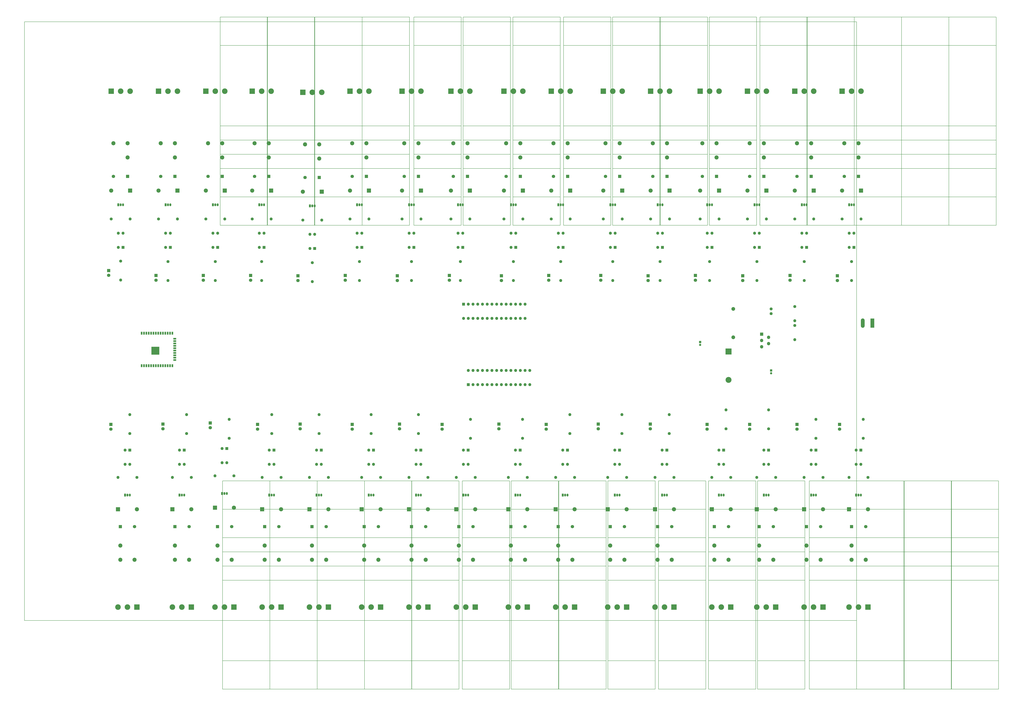
<source format=gbr>
%TF.GenerationSoftware,KiCad,Pcbnew,7.0.7*%
%TF.CreationDate,2023-09-03T02:21:54+05:00*%
%TF.ProjectId,MCUPCB,4d435550-4342-42e6-9b69-6361645f7063,rev?*%
%TF.SameCoordinates,Original*%
%TF.FileFunction,Soldermask,Top*%
%TF.FilePolarity,Negative*%
%FSLAX46Y46*%
G04 Gerber Fmt 4.6, Leading zero omitted, Abs format (unit mm)*
G04 Created by KiCad (PCBNEW 7.0.7) date 2023-09-03 02:21:55*
%MOMM*%
%LPD*%
G01*
G04 APERTURE LIST*
%ADD10C,0.150000*%
%ADD11R,2.200000X2.200000*%
%ADD12O,2.200000X2.200000*%
%ADD13C,1.800000*%
%ADD14R,1.800000X1.800000*%
%ADD15C,2.200000*%
%ADD16R,1.050000X1.500000*%
%ADD17O,1.050000X1.500000*%
%ADD18O,1.600000X1.600000*%
%ADD19R,1.600000X1.600000*%
%ADD20C,3.000000*%
%ADD21R,3.000000X3.000000*%
%ADD22C,1.600000*%
%ADD23R,0.900000X1.500000*%
%ADD24R,1.500000X0.900000*%
%ADD25C,0.600000*%
%ADD26R,4.200000X4.200000*%
%ADD27C,2.000000*%
%ADD28O,2.000000X2.000000*%
%ADD29O,1.800000X1.800000*%
%ADD30O,2.020000X5.020000*%
%ADD31R,2.020000X5.020000*%
%ADD32R,3.200000X3.200000*%
%ADD33O,3.200000X3.200000*%
%ADD34R,1.200000X1.200000*%
%ADD35C,1.200000*%
G04 APERTURE END LIST*
D10*
X60960000Y-30480000D02*
X507647063Y-30480000D01*
X507647063Y-351790000D01*
X60960000Y-351790000D01*
X60960000Y-30480000D01*
X583847063Y-388620000D02*
X558447063Y-388620000D01*
X558447063Y-373380000D01*
X583847063Y-373380000D01*
X583847063Y-388620000D01*
X583847063Y-373380000D02*
X558447063Y-373380000D01*
X558447063Y-330200000D01*
X583847063Y-330200000D01*
X583847063Y-373380000D01*
X583847063Y-292100000D02*
X558447063Y-292100000D01*
X558447063Y-276860000D01*
X583847063Y-276860000D01*
X583847063Y-292100000D01*
X583847063Y-307340000D02*
X558447063Y-307340000D01*
X558447063Y-292100000D01*
X583847063Y-292100000D01*
X583847063Y-307340000D01*
X583847063Y-330200000D02*
X558447063Y-330200000D01*
X558447063Y-322580000D01*
X583847063Y-322580000D01*
X583847063Y-330200000D01*
X583847063Y-322580000D02*
X558447063Y-322580000D01*
X558447063Y-314960000D01*
X583847063Y-314960000D01*
X583847063Y-322580000D01*
X583847063Y-314960000D02*
X558447063Y-314960000D01*
X558447063Y-307340000D01*
X583847063Y-307340000D01*
X583847063Y-314960000D01*
X218099197Y-307340000D02*
X192699197Y-307340000D01*
X192699197Y-292100000D01*
X218099197Y-292100000D01*
X218099197Y-307340000D01*
X218099197Y-292100000D02*
X192699197Y-292100000D01*
X192699197Y-276860000D01*
X218099197Y-276860000D01*
X218099197Y-292100000D01*
X218099197Y-373380000D02*
X192699197Y-373380000D01*
X192699197Y-330200000D01*
X218099197Y-330200000D01*
X218099197Y-373380000D01*
X218099197Y-314960000D02*
X192699197Y-314960000D01*
X192699197Y-307340000D01*
X218099197Y-307340000D01*
X218099197Y-314960000D01*
X218099197Y-322580000D02*
X192699197Y-322580000D01*
X192699197Y-314960000D01*
X218099197Y-314960000D01*
X218099197Y-322580000D01*
X218099197Y-388620000D02*
X192699197Y-388620000D01*
X192699197Y-373380000D01*
X218099197Y-373380000D01*
X218099197Y-388620000D01*
X218099197Y-330200000D02*
X192699197Y-330200000D01*
X192699197Y-322580000D01*
X218099197Y-322580000D01*
X218099197Y-330200000D01*
X268899197Y-292100000D02*
X243499197Y-292100000D01*
X243499197Y-276860000D01*
X268899197Y-276860000D01*
X268899197Y-292100000D01*
X268899197Y-307340000D02*
X243499197Y-307340000D01*
X243499197Y-292100000D01*
X268899197Y-292100000D01*
X268899197Y-307340000D01*
X268899197Y-373380000D02*
X243499197Y-373380000D01*
X243499197Y-330200000D01*
X268899197Y-330200000D01*
X268899197Y-373380000D01*
X268899197Y-314960000D02*
X243499197Y-314960000D01*
X243499197Y-307340000D01*
X268899197Y-307340000D01*
X268899197Y-314960000D01*
X268899197Y-330200000D02*
X243499197Y-330200000D01*
X243499197Y-322580000D01*
X268899197Y-322580000D01*
X268899197Y-330200000D01*
X268899197Y-388620000D02*
X243499197Y-388620000D01*
X243499197Y-373380000D01*
X268899197Y-373380000D01*
X268899197Y-388620000D01*
X268899197Y-322580000D02*
X243499197Y-322580000D01*
X243499197Y-314960000D01*
X268899197Y-314960000D01*
X268899197Y-322580000D01*
X294150499Y-322580000D02*
X268750499Y-322580000D01*
X268750499Y-314960000D01*
X294150499Y-314960000D01*
X294150499Y-322580000D01*
X294150499Y-307340000D02*
X268750499Y-307340000D01*
X268750499Y-292100000D01*
X294150499Y-292100000D01*
X294150499Y-307340000D01*
X294150499Y-388620000D02*
X268750499Y-388620000D01*
X268750499Y-373380000D01*
X294150499Y-373380000D01*
X294150499Y-388620000D01*
X294150499Y-314960000D02*
X268750499Y-314960000D01*
X268750499Y-307340000D01*
X294150499Y-307340000D01*
X294150499Y-314960000D01*
X294150499Y-373380000D02*
X268750499Y-373380000D01*
X268750499Y-330200000D01*
X294150499Y-330200000D01*
X294150499Y-373380000D01*
X294150499Y-330200000D02*
X268750499Y-330200000D01*
X268750499Y-322580000D01*
X294150499Y-322580000D01*
X294150499Y-330200000D01*
X294150499Y-292100000D02*
X268750499Y-292100000D01*
X268750499Y-276860000D01*
X294150499Y-276860000D01*
X294150499Y-292100000D01*
X321353097Y-307340000D02*
X295953097Y-307340000D01*
X295953097Y-292100000D01*
X321353097Y-292100000D01*
X321353097Y-307340000D01*
X321353097Y-292100000D02*
X295953097Y-292100000D01*
X295953097Y-276860000D01*
X321353097Y-276860000D01*
X321353097Y-292100000D01*
X321353097Y-322580000D02*
X295953097Y-322580000D01*
X295953097Y-314960000D01*
X321353097Y-314960000D01*
X321353097Y-322580000D01*
X321353097Y-373380000D02*
X295953097Y-373380000D01*
X295953097Y-330200000D01*
X321353097Y-330200000D01*
X321353097Y-373380000D01*
X321353097Y-388620000D02*
X295953097Y-388620000D01*
X295953097Y-373380000D01*
X321353097Y-373380000D01*
X321353097Y-388620000D01*
X321353097Y-314960000D02*
X295953097Y-314960000D01*
X295953097Y-307340000D01*
X321353097Y-307340000D01*
X321353097Y-314960000D01*
X321353097Y-330200000D02*
X295953097Y-330200000D01*
X295953097Y-322580000D01*
X321353097Y-322580000D01*
X321353097Y-330200000D01*
X347639197Y-307340000D02*
X322239197Y-307340000D01*
X322239197Y-292100000D01*
X347639197Y-292100000D01*
X347639197Y-307340000D01*
X347639197Y-373380000D02*
X322239197Y-373380000D01*
X322239197Y-330200000D01*
X347639197Y-330200000D01*
X347639197Y-373380000D01*
X347639197Y-322580000D02*
X322239197Y-322580000D01*
X322239197Y-314960000D01*
X347639197Y-314960000D01*
X347639197Y-322580000D01*
X347639197Y-314960000D02*
X322239197Y-314960000D01*
X322239197Y-307340000D01*
X347639197Y-307340000D01*
X347639197Y-314960000D01*
X347639197Y-292100000D02*
X322239197Y-292100000D01*
X322239197Y-276860000D01*
X347639197Y-276860000D01*
X347639197Y-292100000D01*
X347639197Y-330200000D02*
X322239197Y-330200000D01*
X322239197Y-322580000D01*
X347639197Y-322580000D01*
X347639197Y-330200000D01*
X347639197Y-388620000D02*
X322239197Y-388620000D01*
X322239197Y-373380000D01*
X347639197Y-373380000D01*
X347639197Y-388620000D01*
X399517401Y-292100000D02*
X374117401Y-292100000D01*
X374117401Y-276860000D01*
X399517401Y-276860000D01*
X399517401Y-292100000D01*
X399517401Y-373380000D02*
X374117401Y-373380000D01*
X374117401Y-330200000D01*
X399517401Y-330200000D01*
X399517401Y-373380000D01*
X399517401Y-322580000D02*
X374117401Y-322580000D01*
X374117401Y-314960000D01*
X399517401Y-314960000D01*
X399517401Y-322580000D01*
X399517401Y-314960000D02*
X374117401Y-314960000D01*
X374117401Y-307340000D01*
X399517401Y-307340000D01*
X399517401Y-314960000D01*
X399517401Y-388620000D02*
X374117401Y-388620000D01*
X374117401Y-373380000D01*
X399517401Y-373380000D01*
X399517401Y-388620000D01*
X399517401Y-307340000D02*
X374117401Y-307340000D01*
X374117401Y-292100000D01*
X399517401Y-292100000D01*
X399517401Y-307340000D01*
X399517401Y-330200000D02*
X374117401Y-330200000D01*
X374117401Y-322580000D01*
X399517401Y-322580000D01*
X399517401Y-330200000D01*
X373218294Y-314960000D02*
X347818294Y-314960000D01*
X347818294Y-307340000D01*
X373218294Y-307340000D01*
X373218294Y-314960000D01*
X373218294Y-292100000D02*
X347818294Y-292100000D01*
X347818294Y-276860000D01*
X373218294Y-276860000D01*
X373218294Y-292100000D01*
X373218294Y-307340000D02*
X347818294Y-307340000D01*
X347818294Y-292100000D01*
X373218294Y-292100000D01*
X373218294Y-307340000D01*
X373218294Y-388620000D02*
X347818294Y-388620000D01*
X347818294Y-373380000D01*
X373218294Y-373380000D01*
X373218294Y-388620000D01*
X373218294Y-322580000D02*
X347818294Y-322580000D01*
X347818294Y-314960000D01*
X373218294Y-314960000D01*
X373218294Y-322580000D01*
X373218294Y-330200000D02*
X347818294Y-330200000D01*
X347818294Y-322580000D01*
X373218294Y-322580000D01*
X373218294Y-330200000D01*
X373218294Y-373380000D02*
X347818294Y-373380000D01*
X347818294Y-330200000D01*
X373218294Y-330200000D01*
X373218294Y-373380000D01*
X453510438Y-307340000D02*
X428110438Y-307340000D01*
X428110438Y-292100000D01*
X453510438Y-292100000D01*
X453510438Y-307340000D01*
X453510438Y-322580000D02*
X428110438Y-322580000D01*
X428110438Y-314960000D01*
X453510438Y-314960000D01*
X453510438Y-322580000D01*
X453510438Y-388620000D02*
X428110438Y-388620000D01*
X428110438Y-373380000D01*
X453510438Y-373380000D01*
X453510438Y-388620000D01*
X453510438Y-292100000D02*
X428110438Y-292100000D01*
X428110438Y-276860000D01*
X453510438Y-276860000D01*
X453510438Y-292100000D01*
X453510438Y-373380000D02*
X428110438Y-373380000D01*
X428110438Y-330200000D01*
X453510438Y-330200000D01*
X453510438Y-373380000D01*
X453510438Y-330200000D02*
X428110438Y-330200000D01*
X428110438Y-322580000D01*
X453510438Y-322580000D01*
X453510438Y-330200000D01*
X453510438Y-314960000D02*
X428110438Y-314960000D01*
X428110438Y-307340000D01*
X453510438Y-307340000D01*
X453510438Y-314960000D01*
X479888715Y-292100000D02*
X454488715Y-292100000D01*
X454488715Y-276860000D01*
X479888715Y-276860000D01*
X479888715Y-292100000D01*
X479888715Y-322580000D02*
X454488715Y-322580000D01*
X454488715Y-314960000D01*
X479888715Y-314960000D01*
X479888715Y-322580000D01*
X479888715Y-373380000D02*
X454488715Y-373380000D01*
X454488715Y-330200000D01*
X479888715Y-330200000D01*
X479888715Y-373380000D01*
X479888715Y-388620000D02*
X454488715Y-388620000D01*
X454488715Y-373380000D01*
X479888715Y-373380000D01*
X479888715Y-388620000D01*
X479888715Y-314960000D02*
X454488715Y-314960000D01*
X454488715Y-307340000D01*
X479888715Y-307340000D01*
X479888715Y-314960000D01*
X479888715Y-307340000D02*
X454488715Y-307340000D01*
X454488715Y-292100000D01*
X479888715Y-292100000D01*
X479888715Y-307340000D01*
X479888715Y-330200000D02*
X454488715Y-330200000D01*
X454488715Y-322580000D01*
X479888715Y-322580000D01*
X479888715Y-330200000D01*
X192699197Y-307340000D02*
X167299197Y-307340000D01*
X167299197Y-292100000D01*
X192699197Y-292100000D01*
X192699197Y-307340000D01*
X192699197Y-292100000D02*
X167299197Y-292100000D01*
X167299197Y-276860000D01*
X192699197Y-276860000D01*
X192699197Y-292100000D01*
X192699197Y-314960000D02*
X167299197Y-314960000D01*
X167299197Y-307340000D01*
X192699197Y-307340000D01*
X192699197Y-314960000D01*
X192699197Y-388620000D02*
X167299197Y-388620000D01*
X167299197Y-373380000D01*
X192699197Y-373380000D01*
X192699197Y-388620000D01*
X192699197Y-330200000D02*
X167299197Y-330200000D01*
X167299197Y-322580000D01*
X192699197Y-322580000D01*
X192699197Y-330200000D01*
X192699197Y-322580000D02*
X167299197Y-322580000D01*
X167299197Y-314960000D01*
X192699197Y-314960000D01*
X192699197Y-322580000D01*
X192699197Y-373380000D02*
X167299197Y-373380000D01*
X167299197Y-330200000D01*
X192699197Y-330200000D01*
X192699197Y-373380000D01*
X243499197Y-314960000D02*
X218099197Y-314960000D01*
X218099197Y-307340000D01*
X243499197Y-307340000D01*
X243499197Y-314960000D01*
X243499197Y-322580000D02*
X218099197Y-322580000D01*
X218099197Y-314960000D01*
X243499197Y-314960000D01*
X243499197Y-322580000D01*
X243499197Y-307340000D02*
X218099197Y-307340000D01*
X218099197Y-292100000D01*
X243499197Y-292100000D01*
X243499197Y-307340000D01*
X243499197Y-388620000D02*
X218099197Y-388620000D01*
X218099197Y-373380000D01*
X243499197Y-373380000D01*
X243499197Y-388620000D01*
X243499197Y-292100000D02*
X218099197Y-292100000D01*
X218099197Y-276860000D01*
X243499197Y-276860000D01*
X243499197Y-292100000D01*
X243499197Y-330200000D02*
X218099197Y-330200000D01*
X218099197Y-322580000D01*
X243499197Y-322580000D01*
X243499197Y-330200000D01*
X243499197Y-373380000D02*
X218099197Y-373380000D01*
X218099197Y-330200000D01*
X243499197Y-330200000D01*
X243499197Y-373380000D01*
X533047063Y-373380000D02*
X507647063Y-373380000D01*
X507647063Y-330200000D01*
X533047063Y-330200000D01*
X533047063Y-373380000D01*
X533047063Y-388620000D02*
X507647063Y-388620000D01*
X507647063Y-373380000D01*
X533047063Y-373380000D01*
X533047063Y-388620000D01*
X533047063Y-322580000D02*
X507647063Y-322580000D01*
X507647063Y-314960000D01*
X533047063Y-314960000D01*
X533047063Y-322580000D01*
X533047063Y-307340000D02*
X507647063Y-307340000D01*
X507647063Y-292100000D01*
X533047063Y-292100000D01*
X533047063Y-307340000D01*
X533047063Y-330200000D02*
X507647063Y-330200000D01*
X507647063Y-322580000D01*
X533047063Y-322580000D01*
X533047063Y-330200000D01*
X533047063Y-314960000D02*
X507647063Y-314960000D01*
X507647063Y-307340000D01*
X533047063Y-307340000D01*
X533047063Y-314960000D01*
X533047063Y-292100000D02*
X507647063Y-292100000D01*
X507647063Y-276860000D01*
X533047063Y-276860000D01*
X533047063Y-292100000D01*
X507647063Y-292100000D02*
X482247063Y-292100000D01*
X482247063Y-276860000D01*
X507647063Y-276860000D01*
X507647063Y-292100000D01*
X507647063Y-373380000D02*
X482247063Y-373380000D01*
X482247063Y-330200000D01*
X507647063Y-330200000D01*
X507647063Y-373380000D01*
X507647063Y-314960000D02*
X482247063Y-314960000D01*
X482247063Y-307340000D01*
X507647063Y-307340000D01*
X507647063Y-314960000D01*
X507647063Y-307340000D02*
X482247063Y-307340000D01*
X482247063Y-292100000D01*
X507647063Y-292100000D01*
X507647063Y-307340000D01*
X507647063Y-322580000D02*
X482247063Y-322580000D01*
X482247063Y-314960000D01*
X507647063Y-314960000D01*
X507647063Y-322580000D01*
X507647063Y-330200000D02*
X482247063Y-330200000D01*
X482247063Y-322580000D01*
X507647063Y-322580000D01*
X507647063Y-330200000D01*
X507647063Y-388620000D02*
X482247063Y-388620000D01*
X482247063Y-373380000D01*
X507647063Y-373380000D01*
X507647063Y-388620000D01*
X558611386Y-292100000D02*
X533211386Y-292100000D01*
X533211386Y-276860000D01*
X558611386Y-276860000D01*
X558611386Y-292100000D01*
X558611386Y-322580000D02*
X533211386Y-322580000D01*
X533211386Y-314960000D01*
X558611386Y-314960000D01*
X558611386Y-322580000D01*
X558611386Y-307340000D02*
X533211386Y-307340000D01*
X533211386Y-292100000D01*
X558611386Y-292100000D01*
X558611386Y-307340000D01*
X558611386Y-330200000D02*
X533211386Y-330200000D01*
X533211386Y-322580000D01*
X558611386Y-322580000D01*
X558611386Y-330200000D01*
X558611386Y-388620000D02*
X533211386Y-388620000D01*
X533211386Y-373380000D01*
X558611386Y-373380000D01*
X558611386Y-388620000D01*
X558611386Y-373380000D02*
X533211386Y-373380000D01*
X533211386Y-330200000D01*
X558611386Y-330200000D01*
X558611386Y-373380000D01*
X558611386Y-314960000D02*
X533211386Y-314960000D01*
X533211386Y-307340000D01*
X558611386Y-307340000D01*
X558611386Y-314960000D01*
X426720000Y-292100000D02*
X401320000Y-292100000D01*
X401320000Y-276860000D01*
X426720000Y-276860000D01*
X426720000Y-292100000D01*
X426720000Y-373380000D02*
X401320000Y-373380000D01*
X401320000Y-330200000D01*
X426720000Y-330200000D01*
X426720000Y-373380000D01*
X426720000Y-314960000D02*
X401320000Y-314960000D01*
X401320000Y-307340000D01*
X426720000Y-307340000D01*
X426720000Y-314960000D01*
X426720000Y-388620000D02*
X401320000Y-388620000D01*
X401320000Y-373380000D01*
X426720000Y-373380000D01*
X426720000Y-388620000D01*
X426720000Y-330200000D02*
X401320000Y-330200000D01*
X401320000Y-322580000D01*
X426720000Y-322580000D01*
X426720000Y-330200000D01*
X426720000Y-307340000D02*
X401320000Y-307340000D01*
X401320000Y-292100000D01*
X426720000Y-292100000D01*
X426720000Y-307340000D01*
X426720000Y-322580000D02*
X401320000Y-322580000D01*
X401320000Y-314960000D01*
X426720000Y-314960000D01*
X426720000Y-322580000D01*
X557173881Y-43180000D02*
X582573881Y-43180000D01*
X582573881Y-86360000D01*
X557173881Y-86360000D01*
X557173881Y-43180000D01*
X557173881Y-109220000D02*
X582573881Y-109220000D01*
X582573881Y-124460000D01*
X557173881Y-124460000D01*
X557173881Y-109220000D01*
X557173881Y-124460000D02*
X582573881Y-124460000D01*
X582573881Y-139700000D01*
X557173881Y-139700000D01*
X557173881Y-124460000D01*
X557173881Y-86360000D02*
X582573881Y-86360000D01*
X582573881Y-93980000D01*
X557173881Y-93980000D01*
X557173881Y-86360000D01*
X557173881Y-27940000D02*
X582573881Y-27940000D01*
X582573881Y-43180000D01*
X557173881Y-43180000D01*
X557173881Y-27940000D01*
X557173881Y-101600000D02*
X582573881Y-101600000D01*
X582573881Y-109220000D01*
X557173881Y-109220000D01*
X557173881Y-101600000D01*
X557173881Y-93980000D02*
X582573881Y-93980000D01*
X582573881Y-101600000D01*
X557173881Y-101600000D01*
X557173881Y-93980000D01*
X531773881Y-43180000D02*
X557173881Y-43180000D01*
X557173881Y-86360000D01*
X531773881Y-86360000D01*
X531773881Y-43180000D01*
X531773881Y-109220000D02*
X557173881Y-109220000D01*
X557173881Y-124460000D01*
X531773881Y-124460000D01*
X531773881Y-109220000D01*
X531773881Y-124460000D02*
X557173881Y-124460000D01*
X557173881Y-139700000D01*
X531773881Y-139700000D01*
X531773881Y-124460000D01*
X531773881Y-86360000D02*
X557173881Y-86360000D01*
X557173881Y-93980000D01*
X531773881Y-93980000D01*
X531773881Y-86360000D01*
X531773881Y-27940000D02*
X557173881Y-27940000D01*
X557173881Y-43180000D01*
X531773881Y-43180000D01*
X531773881Y-27940000D01*
X531773881Y-101600000D02*
X557173881Y-101600000D01*
X557173881Y-109220000D01*
X531773881Y-109220000D01*
X531773881Y-101600000D01*
X531773881Y-93980000D02*
X557173881Y-93980000D01*
X557173881Y-101600000D01*
X531773881Y-101600000D01*
X531773881Y-93980000D01*
X506373881Y-43180000D02*
X531773881Y-43180000D01*
X531773881Y-86360000D01*
X506373881Y-86360000D01*
X506373881Y-43180000D01*
X506373881Y-109220000D02*
X531773881Y-109220000D01*
X531773881Y-124460000D01*
X506373881Y-124460000D01*
X506373881Y-109220000D01*
X506373881Y-124460000D02*
X531773881Y-124460000D01*
X531773881Y-139700000D01*
X506373881Y-139700000D01*
X506373881Y-124460000D01*
X506373881Y-86360000D02*
X531773881Y-86360000D01*
X531773881Y-93980000D01*
X506373881Y-93980000D01*
X506373881Y-86360000D01*
X506373881Y-27940000D02*
X531773881Y-27940000D01*
X531773881Y-43180000D01*
X506373881Y-43180000D01*
X506373881Y-27940000D01*
X506373881Y-101600000D02*
X531773881Y-101600000D01*
X531773881Y-109220000D01*
X506373881Y-109220000D01*
X506373881Y-101600000D01*
X506373881Y-93980000D02*
X531773881Y-93980000D01*
X531773881Y-101600000D01*
X506373881Y-101600000D01*
X506373881Y-93980000D01*
X480973881Y-43180000D02*
X506373881Y-43180000D01*
X506373881Y-86360000D01*
X480973881Y-86360000D01*
X480973881Y-43180000D01*
X480973881Y-109220000D02*
X506373881Y-109220000D01*
X506373881Y-124460000D01*
X480973881Y-124460000D01*
X480973881Y-109220000D01*
X480973881Y-124460000D02*
X506373881Y-124460000D01*
X506373881Y-139700000D01*
X480973881Y-139700000D01*
X480973881Y-124460000D01*
X480973881Y-86360000D02*
X506373881Y-86360000D01*
X506373881Y-93980000D01*
X480973881Y-93980000D01*
X480973881Y-86360000D01*
X480973881Y-27940000D02*
X506373881Y-27940000D01*
X506373881Y-43180000D01*
X480973881Y-43180000D01*
X480973881Y-27940000D01*
X480973881Y-101600000D02*
X506373881Y-101600000D01*
X506373881Y-109220000D01*
X480973881Y-109220000D01*
X480973881Y-101600000D01*
X480973881Y-93980000D02*
X506373881Y-93980000D01*
X506373881Y-101600000D01*
X480973881Y-101600000D01*
X480973881Y-93980000D01*
X455722579Y-43180000D02*
X481122579Y-43180000D01*
X481122579Y-86360000D01*
X455722579Y-86360000D01*
X455722579Y-43180000D01*
X455722579Y-109220000D02*
X481122579Y-109220000D01*
X481122579Y-124460000D01*
X455722579Y-124460000D01*
X455722579Y-109220000D01*
X455722579Y-124460000D02*
X481122579Y-124460000D01*
X481122579Y-139700000D01*
X455722579Y-139700000D01*
X455722579Y-124460000D01*
X455722579Y-86360000D02*
X481122579Y-86360000D01*
X481122579Y-93980000D01*
X455722579Y-93980000D01*
X455722579Y-86360000D01*
X455722579Y-27940000D02*
X481122579Y-27940000D01*
X481122579Y-43180000D01*
X455722579Y-43180000D01*
X455722579Y-27940000D01*
X455722579Y-101600000D02*
X481122579Y-101600000D01*
X481122579Y-109220000D01*
X455722579Y-109220000D01*
X455722579Y-101600000D01*
X455722579Y-93980000D02*
X481122579Y-93980000D01*
X481122579Y-101600000D01*
X455722579Y-101600000D01*
X455722579Y-93980000D01*
X428519981Y-43180000D02*
X453919981Y-43180000D01*
X453919981Y-86360000D01*
X428519981Y-86360000D01*
X428519981Y-43180000D01*
X428519981Y-109220000D02*
X453919981Y-109220000D01*
X453919981Y-124460000D01*
X428519981Y-124460000D01*
X428519981Y-109220000D01*
X428519981Y-124460000D02*
X453919981Y-124460000D01*
X453919981Y-139700000D01*
X428519981Y-139700000D01*
X428519981Y-124460000D01*
X428519981Y-86360000D02*
X453919981Y-86360000D01*
X453919981Y-93980000D01*
X428519981Y-93980000D01*
X428519981Y-86360000D01*
X428519981Y-27940000D02*
X453919981Y-27940000D01*
X453919981Y-43180000D01*
X428519981Y-43180000D01*
X428519981Y-27940000D01*
X428519981Y-101600000D02*
X453919981Y-101600000D01*
X453919981Y-109220000D01*
X428519981Y-109220000D01*
X428519981Y-101600000D01*
X428519981Y-93980000D02*
X453919981Y-93980000D01*
X453919981Y-101600000D01*
X428519981Y-101600000D01*
X428519981Y-93980000D01*
X402233881Y-43180000D02*
X427633881Y-43180000D01*
X427633881Y-86360000D01*
X402233881Y-86360000D01*
X402233881Y-43180000D01*
X402233881Y-109220000D02*
X427633881Y-109220000D01*
X427633881Y-124460000D01*
X402233881Y-124460000D01*
X402233881Y-109220000D01*
X402233881Y-124460000D02*
X427633881Y-124460000D01*
X427633881Y-139700000D01*
X402233881Y-139700000D01*
X402233881Y-124460000D01*
X402233881Y-86360000D02*
X427633881Y-86360000D01*
X427633881Y-93980000D01*
X402233881Y-93980000D01*
X402233881Y-86360000D01*
X402233881Y-27940000D02*
X427633881Y-27940000D01*
X427633881Y-43180000D01*
X402233881Y-43180000D01*
X402233881Y-27940000D01*
X402233881Y-101600000D02*
X427633881Y-101600000D01*
X427633881Y-109220000D01*
X402233881Y-109220000D01*
X402233881Y-101600000D01*
X402233881Y-93980000D02*
X427633881Y-93980000D01*
X427633881Y-101600000D01*
X402233881Y-101600000D01*
X402233881Y-93980000D01*
X376654784Y-43180000D02*
X402054784Y-43180000D01*
X402054784Y-86360000D01*
X376654784Y-86360000D01*
X376654784Y-43180000D01*
X376654784Y-109220000D02*
X402054784Y-109220000D01*
X402054784Y-124460000D01*
X376654784Y-124460000D01*
X376654784Y-109220000D01*
X376654784Y-124460000D02*
X402054784Y-124460000D01*
X402054784Y-139700000D01*
X376654784Y-139700000D01*
X376654784Y-124460000D01*
X376654784Y-86360000D02*
X402054784Y-86360000D01*
X402054784Y-93980000D01*
X376654784Y-93980000D01*
X376654784Y-86360000D01*
X376654784Y-27940000D02*
X402054784Y-27940000D01*
X402054784Y-43180000D01*
X376654784Y-43180000D01*
X376654784Y-27940000D01*
X376654784Y-101600000D02*
X402054784Y-101600000D01*
X402054784Y-109220000D01*
X376654784Y-109220000D01*
X376654784Y-101600000D01*
X376654784Y-93980000D02*
X402054784Y-93980000D01*
X402054784Y-101600000D01*
X376654784Y-101600000D01*
X376654784Y-93980000D01*
X350355677Y-43180000D02*
X375755677Y-43180000D01*
X375755677Y-86360000D01*
X350355677Y-86360000D01*
X350355677Y-43180000D01*
X350355677Y-109220000D02*
X375755677Y-109220000D01*
X375755677Y-124460000D01*
X350355677Y-124460000D01*
X350355677Y-109220000D01*
X350355677Y-124460000D02*
X375755677Y-124460000D01*
X375755677Y-139700000D01*
X350355677Y-139700000D01*
X350355677Y-124460000D01*
X350355677Y-86360000D02*
X375755677Y-86360000D01*
X375755677Y-93980000D01*
X350355677Y-93980000D01*
X350355677Y-86360000D01*
X350355677Y-27940000D02*
X375755677Y-27940000D01*
X375755677Y-43180000D01*
X350355677Y-43180000D01*
X350355677Y-27940000D01*
X350355677Y-101600000D02*
X375755677Y-101600000D01*
X375755677Y-109220000D01*
X350355677Y-109220000D01*
X350355677Y-101600000D01*
X350355677Y-93980000D02*
X375755677Y-93980000D01*
X375755677Y-101600000D01*
X350355677Y-101600000D01*
X350355677Y-93980000D01*
X323153078Y-43180000D02*
X348553078Y-43180000D01*
X348553078Y-86360000D01*
X323153078Y-86360000D01*
X323153078Y-43180000D01*
X323153078Y-109220000D02*
X348553078Y-109220000D01*
X348553078Y-124460000D01*
X323153078Y-124460000D01*
X323153078Y-109220000D01*
X323153078Y-124460000D02*
X348553078Y-124460000D01*
X348553078Y-139700000D01*
X323153078Y-139700000D01*
X323153078Y-124460000D01*
X323153078Y-86360000D02*
X348553078Y-86360000D01*
X348553078Y-93980000D01*
X323153078Y-93980000D01*
X323153078Y-86360000D01*
X323153078Y-27940000D02*
X348553078Y-27940000D01*
X348553078Y-43180000D01*
X323153078Y-43180000D01*
X323153078Y-27940000D01*
X323153078Y-101600000D02*
X348553078Y-101600000D01*
X348553078Y-109220000D01*
X323153078Y-109220000D01*
X323153078Y-101600000D01*
X323153078Y-93980000D02*
X348553078Y-93980000D01*
X348553078Y-101600000D01*
X323153078Y-101600000D01*
X323153078Y-93980000D01*
X296362640Y-43180000D02*
X321762640Y-43180000D01*
X321762640Y-86360000D01*
X296362640Y-86360000D01*
X296362640Y-43180000D01*
X296362640Y-109220000D02*
X321762640Y-109220000D01*
X321762640Y-124460000D01*
X296362640Y-124460000D01*
X296362640Y-109220000D01*
X296362640Y-124460000D02*
X321762640Y-124460000D01*
X321762640Y-139700000D01*
X296362640Y-139700000D01*
X296362640Y-124460000D01*
X296362640Y-86360000D02*
X321762640Y-86360000D01*
X321762640Y-93980000D01*
X296362640Y-93980000D01*
X296362640Y-86360000D01*
X296362640Y-27940000D02*
X321762640Y-27940000D01*
X321762640Y-43180000D01*
X296362640Y-43180000D01*
X296362640Y-27940000D01*
X296362640Y-101600000D02*
X321762640Y-101600000D01*
X321762640Y-109220000D01*
X296362640Y-109220000D01*
X296362640Y-101600000D01*
X296362640Y-93980000D02*
X321762640Y-93980000D01*
X321762640Y-101600000D01*
X296362640Y-101600000D01*
X296362640Y-93980000D01*
X269984363Y-43180000D02*
X295384363Y-43180000D01*
X295384363Y-86360000D01*
X269984363Y-86360000D01*
X269984363Y-43180000D01*
X269984363Y-109220000D02*
X295384363Y-109220000D01*
X295384363Y-124460000D01*
X269984363Y-124460000D01*
X269984363Y-109220000D01*
X269984363Y-124460000D02*
X295384363Y-124460000D01*
X295384363Y-139700000D01*
X269984363Y-139700000D01*
X269984363Y-124460000D01*
X269984363Y-86360000D02*
X295384363Y-86360000D01*
X295384363Y-93980000D01*
X269984363Y-93980000D01*
X269984363Y-86360000D01*
X269984363Y-27940000D02*
X295384363Y-27940000D01*
X295384363Y-43180000D01*
X269984363Y-43180000D01*
X269984363Y-27940000D01*
X269984363Y-101600000D02*
X295384363Y-101600000D01*
X295384363Y-109220000D01*
X269984363Y-109220000D01*
X269984363Y-101600000D01*
X269984363Y-93980000D02*
X295384363Y-93980000D01*
X295384363Y-101600000D01*
X269984363Y-101600000D01*
X269984363Y-93980000D01*
X242226015Y-43180000D02*
X267626015Y-43180000D01*
X267626015Y-86360000D01*
X242226015Y-86360000D01*
X242226015Y-43180000D01*
X242226015Y-109220000D02*
X267626015Y-109220000D01*
X267626015Y-124460000D01*
X242226015Y-124460000D01*
X242226015Y-109220000D01*
X242226015Y-124460000D02*
X267626015Y-124460000D01*
X267626015Y-139700000D01*
X242226015Y-139700000D01*
X242226015Y-124460000D01*
X242226015Y-86360000D02*
X267626015Y-86360000D01*
X267626015Y-93980000D01*
X242226015Y-93980000D01*
X242226015Y-86360000D01*
X242226015Y-27940000D02*
X267626015Y-27940000D01*
X267626015Y-43180000D01*
X242226015Y-43180000D01*
X242226015Y-27940000D01*
X242226015Y-101600000D02*
X267626015Y-101600000D01*
X267626015Y-109220000D01*
X242226015Y-109220000D01*
X242226015Y-101600000D01*
X242226015Y-93980000D02*
X267626015Y-93980000D01*
X267626015Y-101600000D01*
X242226015Y-101600000D01*
X242226015Y-93980000D01*
X216826015Y-43180000D02*
X242226015Y-43180000D01*
X242226015Y-86360000D01*
X216826015Y-86360000D01*
X216826015Y-43180000D01*
X216826015Y-109220000D02*
X242226015Y-109220000D01*
X242226015Y-124460000D01*
X216826015Y-124460000D01*
X216826015Y-109220000D01*
X216826015Y-124460000D02*
X242226015Y-124460000D01*
X242226015Y-139700000D01*
X216826015Y-139700000D01*
X216826015Y-124460000D01*
X216826015Y-86360000D02*
X242226015Y-86360000D01*
X242226015Y-93980000D01*
X216826015Y-93980000D01*
X216826015Y-86360000D01*
X216826015Y-27940000D02*
X242226015Y-27940000D01*
X242226015Y-43180000D01*
X216826015Y-43180000D01*
X216826015Y-27940000D01*
X216826015Y-101600000D02*
X242226015Y-101600000D01*
X242226015Y-109220000D01*
X216826015Y-109220000D01*
X216826015Y-101600000D01*
X216826015Y-93980000D02*
X242226015Y-93980000D01*
X242226015Y-101600000D01*
X216826015Y-101600000D01*
X216826015Y-93980000D01*
X191261692Y-43180000D02*
X216661692Y-43180000D01*
X216661692Y-86360000D01*
X191261692Y-86360000D01*
X191261692Y-43180000D01*
X191261692Y-109220000D02*
X216661692Y-109220000D01*
X216661692Y-124460000D01*
X191261692Y-124460000D01*
X191261692Y-109220000D01*
X191261692Y-124460000D02*
X216661692Y-124460000D01*
X216661692Y-139700000D01*
X191261692Y-139700000D01*
X191261692Y-124460000D01*
X191261692Y-86360000D02*
X216661692Y-86360000D01*
X216661692Y-93980000D01*
X191261692Y-93980000D01*
X191261692Y-86360000D01*
X191261692Y-27940000D02*
X216661692Y-27940000D01*
X216661692Y-43180000D01*
X191261692Y-43180000D01*
X191261692Y-27940000D01*
X191261692Y-101600000D02*
X216661692Y-101600000D01*
X216661692Y-109220000D01*
X191261692Y-109220000D01*
X191261692Y-101600000D01*
X191261692Y-93980000D02*
X216661692Y-93980000D01*
X216661692Y-101600000D01*
X191261692Y-101600000D01*
X191261692Y-93980000D01*
X166026015Y-124460000D02*
X191426015Y-124460000D01*
X191426015Y-139700000D01*
X166026015Y-139700000D01*
X166026015Y-124460000D01*
X166026015Y-109220000D02*
X191426015Y-109220000D01*
X191426015Y-124460000D01*
X166026015Y-124460000D01*
X166026015Y-109220000D01*
X166026015Y-101600000D02*
X191426015Y-101600000D01*
X191426015Y-109220000D01*
X166026015Y-109220000D01*
X166026015Y-101600000D01*
X166026015Y-93980000D02*
X191426015Y-93980000D01*
X191426015Y-101600000D01*
X166026015Y-101600000D01*
X166026015Y-93980000D01*
X166026015Y-86360000D02*
X191426015Y-86360000D01*
X191426015Y-93980000D01*
X166026015Y-93980000D01*
X166026015Y-86360000D01*
X166026015Y-43180000D02*
X191426015Y-43180000D01*
X191426015Y-86360000D01*
X166026015Y-86360000D01*
X166026015Y-43180000D01*
X166026015Y-27940000D02*
X191426015Y-27940000D01*
X191426015Y-43180000D01*
X166026015Y-43180000D01*
X166026015Y-27940000D01*
D11*
%TO.C,D21*%
X381780000Y-121140000D03*
D12*
X371620000Y-121140000D03*
%TD*%
D13*
%TO.C,K12*%
X398237500Y-113520000D03*
D14*
X405857500Y-113520000D03*
D15*
X405857500Y-95740000D03*
X398237500Y-95740000D03*
X405857500Y-103360000D03*
%TD*%
D11*
%TO.C,D15*%
X300042500Y-121140000D03*
D12*
X289882500Y-121140000D03*
%TD*%
D13*
%TO.C,K14*%
X450255000Y-113520000D03*
D14*
X457875000Y-113520000D03*
D15*
X457875000Y-95740000D03*
X450255000Y-95740000D03*
X457875000Y-103360000D03*
%TD*%
D16*
%TO.C,Q8*%
X293692500Y-128760000D03*
D17*
X294962500Y-128760000D03*
X296232500Y-128760000D03*
%TD*%
D13*
%TO.C,K15*%
X475655000Y-113520000D03*
D14*
X483275000Y-113520000D03*
D15*
X483275000Y-95740000D03*
X475655000Y-95740000D03*
X483275000Y-103360000D03*
%TD*%
D13*
%TO.C,K16*%
X501055000Y-113520000D03*
D14*
X508675000Y-113520000D03*
D15*
X508675000Y-95740000D03*
X501055000Y-95740000D03*
X508675000Y-103360000D03*
%TD*%
D13*
%TO.C,K5*%
X211577500Y-114080000D03*
D14*
X219197500Y-114080000D03*
D15*
X219197500Y-96300000D03*
X211577500Y-96300000D03*
X219197500Y-103920000D03*
%TD*%
D18*
%TO.C,U16*%
X506192500Y-144000000D03*
X503652500Y-144000000D03*
X503652500Y-151620000D03*
D19*
X506192500Y-151620000D03*
%TD*%
D20*
%TO.C,J14*%
X459197500Y-67800000D03*
X454117500Y-67800000D03*
D21*
X449037500Y-67800000D03*
%TD*%
D17*
%TO.C,Q10*%
X350030000Y-128760000D03*
X348760000Y-128760000D03*
D16*
X347490000Y-128760000D03*
%TD*%
D15*
%TO.C,K10*%
X352517500Y-103360000D03*
X344897500Y-95740000D03*
X352517500Y-95740000D03*
D14*
X352517500Y-113520000D03*
D13*
X344897500Y-113520000D03*
%TD*%
D18*
%TO.C,R23*%
X402100000Y-169400000D03*
D22*
X402100000Y-159240000D03*
%TD*%
D12*
%TO.C,D23*%
X397020000Y-121140000D03*
D11*
X407180000Y-121140000D03*
%TD*%
D13*
%TO.C,K11*%
X372837500Y-113520000D03*
D14*
X380457500Y-113520000D03*
D15*
X380457500Y-95740000D03*
X372837500Y-95740000D03*
X380457500Y-103360000D03*
%TD*%
D13*
%TO.C,D24*%
X395697500Y-169400000D03*
D14*
X395697500Y-166860000D03*
%TD*%
D17*
%TO.C,Q16*%
X506187500Y-128760000D03*
X504917500Y-128760000D03*
D16*
X503647500Y-128760000D03*
%TD*%
D13*
%TO.C,K13*%
X424855000Y-113520000D03*
D14*
X432475000Y-113520000D03*
D15*
X432475000Y-95740000D03*
X424855000Y-95740000D03*
X432475000Y-103360000D03*
%TD*%
D13*
%TO.C,D26*%
X421097500Y-169240000D03*
D14*
X421097500Y-166700000D03*
%TD*%
D16*
%TO.C,Q11*%
X375430000Y-128760000D03*
D17*
X376700000Y-128760000D03*
X377970000Y-128760000D03*
%TD*%
D18*
%TO.C,R29*%
X479517500Y-169400000D03*
D22*
X479517500Y-159240000D03*
%TD*%
D17*
%TO.C,Q13*%
X429987500Y-128760000D03*
X428717500Y-128760000D03*
D16*
X427447500Y-128760000D03*
%TD*%
%TO.C,Q6*%
X239487500Y-128760000D03*
D17*
X240757500Y-128760000D03*
X242027500Y-128760000D03*
%TD*%
D16*
%TO.C,Q4*%
X187012500Y-128760000D03*
D17*
X188282500Y-128760000D03*
X189552500Y-128760000D03*
%TD*%
D16*
%TO.C,Q12*%
X400830000Y-128760000D03*
D17*
X402100000Y-128760000D03*
X403370000Y-128760000D03*
%TD*%
D14*
%TO.C,D20*%
X342357500Y-166700000D03*
D13*
X342357500Y-169240000D03*
%TD*%
D16*
%TO.C,Q3*%
X162070000Y-128760000D03*
D17*
X163340000Y-128760000D03*
X164610000Y-128760000D03*
%TD*%
D18*
%TO.C,U9*%
X324635000Y-144000000D03*
X322095000Y-144000000D03*
X322095000Y-151620000D03*
D19*
X324635000Y-151620000D03*
%TD*%
D17*
%TO.C,Q1*%
X113810000Y-128760000D03*
X112540000Y-128760000D03*
D16*
X111270000Y-128760000D03*
%TD*%
%TO.C,Q5*%
X214170000Y-129320000D03*
D17*
X215440000Y-129320000D03*
X216710000Y-129320000D03*
%TD*%
%TO.C,Q2*%
X139210000Y-128760000D03*
X137940000Y-128760000D03*
D16*
X136670000Y-128760000D03*
%TD*%
D18*
%TO.C,R12*%
X245837500Y-136380000D03*
D22*
X235677500Y-136380000D03*
%TD*%
D16*
%TO.C,Q9*%
X322090000Y-128760000D03*
D17*
X323360000Y-128760000D03*
X324630000Y-128760000D03*
%TD*%
%TO.C,Q15*%
X480787500Y-128760000D03*
X479517500Y-128760000D03*
D16*
X478247500Y-128760000D03*
%TD*%
D18*
%TO.C,R10*%
X220520000Y-136940000D03*
D22*
X210360000Y-136940000D03*
%TD*%
D14*
%TO.C,D16*%
X289017500Y-166700000D03*
D13*
X289017500Y-169240000D03*
%TD*%
D17*
%TO.C,Q7*%
X269972500Y-128760000D03*
X268702500Y-128760000D03*
D16*
X267432500Y-128760000D03*
%TD*%
%TO.C,Q14*%
X452847500Y-128760000D03*
D17*
X454117500Y-128760000D03*
X455387500Y-128760000D03*
%TD*%
D12*
%TO.C,D11*%
X235677500Y-121140000D03*
D11*
X245837500Y-121140000D03*
%TD*%
D18*
%TO.C,R2*%
X117620000Y-136380000D03*
D22*
X107460000Y-136380000D03*
%TD*%
D18*
%TO.C,R3*%
X137940000Y-169400000D03*
D22*
X137940000Y-159240000D03*
%TD*%
D18*
%TO.C,R4*%
X143020000Y-136380000D03*
D22*
X132860000Y-136380000D03*
%TD*%
D14*
%TO.C,D32*%
X497297500Y-166860000D03*
D13*
X497297500Y-169400000D03*
%TD*%
D18*
%TO.C,R5*%
X163340000Y-169400000D03*
D22*
X163340000Y-159240000D03*
%TD*%
D12*
%TO.C,D9*%
X210360000Y-121700000D03*
D11*
X220520000Y-121700000D03*
%TD*%
D18*
%TO.C,R6*%
X168420000Y-136380000D03*
D22*
X158260000Y-136380000D03*
%TD*%
D18*
%TO.C,R7*%
X188282500Y-169400000D03*
D22*
X188282500Y-159240000D03*
%TD*%
D18*
%TO.C,R8*%
X193362500Y-136380000D03*
D22*
X183202500Y-136380000D03*
%TD*%
D20*
%TO.C,J15*%
X484597500Y-67800000D03*
X479517500Y-67800000D03*
D21*
X474437500Y-67800000D03*
%TD*%
D14*
%TO.C,D8*%
X182337500Y-166700000D03*
D13*
X182337500Y-169240000D03*
%TD*%
D12*
%TO.C,D13*%
X263622500Y-121140000D03*
D11*
X273782500Y-121140000D03*
%TD*%
D13*
%TO.C,D18*%
X316957500Y-169400000D03*
D14*
X316957500Y-166860000D03*
%TD*%
D12*
%TO.C,D3*%
X132860000Y-121140000D03*
D11*
X143020000Y-121140000D03*
%TD*%
D13*
%TO.C,D4*%
X131537500Y-169240000D03*
D14*
X131537500Y-166700000D03*
%TD*%
D11*
%TO.C,D17*%
X328440000Y-121140000D03*
D12*
X318280000Y-121140000D03*
%TD*%
%TO.C,D1*%
X107460000Y-121140000D03*
D11*
X117620000Y-121140000D03*
%TD*%
D13*
%TO.C,D6*%
X156937500Y-169240000D03*
D14*
X156937500Y-166700000D03*
%TD*%
D12*
%TO.C,D7*%
X183202500Y-121140000D03*
D11*
X193362500Y-121140000D03*
%TD*%
D12*
%TO.C,D5*%
X158260000Y-121140000D03*
D11*
X168420000Y-121140000D03*
%TD*%
D13*
%TO.C,D10*%
X207737500Y-169400000D03*
D14*
X207737500Y-166860000D03*
%TD*%
D13*
%TO.C,D12*%
X233137500Y-169240000D03*
D14*
X233137500Y-166700000D03*
%TD*%
D12*
%TO.C,D19*%
X343680000Y-121140000D03*
D11*
X353840000Y-121140000D03*
%TD*%
D14*
%TO.C,D14*%
X261077500Y-166860000D03*
D13*
X261077500Y-169400000D03*
%TD*%
D14*
%TO.C,D22*%
X370297500Y-166700000D03*
D13*
X370297500Y-169240000D03*
%TD*%
D20*
%TO.C,J2*%
X143020000Y-67800000D03*
X137940000Y-67800000D03*
D21*
X132860000Y-67800000D03*
%TD*%
D12*
%TO.C,D31*%
X499837500Y-121140000D03*
D11*
X509997500Y-121140000D03*
%TD*%
D13*
%TO.C,D28*%
X446497500Y-169400000D03*
D14*
X446497500Y-166860000D03*
%TD*%
D12*
%TO.C,D29*%
X474437500Y-121140000D03*
D11*
X484597500Y-121140000D03*
%TD*%
D12*
%TO.C,D27*%
X449037500Y-121140000D03*
D11*
X459197500Y-121140000D03*
%TD*%
D13*
%TO.C,D30*%
X471897500Y-169240000D03*
D14*
X471897500Y-166700000D03*
%TD*%
D11*
%TO.C,D25*%
X433797500Y-121140000D03*
D12*
X423637500Y-121140000D03*
%TD*%
D20*
%TO.C,J12*%
X407180000Y-67800000D03*
X402100000Y-67800000D03*
D21*
X397020000Y-67800000D03*
%TD*%
D20*
%TO.C,J9*%
X328440000Y-67800000D03*
X323360000Y-67800000D03*
D21*
X318280000Y-67800000D03*
%TD*%
%TO.C,J7*%
X263622500Y-67800000D03*
D20*
X268702500Y-67800000D03*
X273782500Y-67800000D03*
%TD*%
%TO.C,J1*%
X117620000Y-67800000D03*
X112540000Y-67800000D03*
D21*
X107460000Y-67800000D03*
%TD*%
%TO.C,J3*%
X158260000Y-67800000D03*
D20*
X163340000Y-67800000D03*
X168420000Y-67800000D03*
%TD*%
%TO.C,J4*%
X193362500Y-67800000D03*
X188282500Y-67800000D03*
D21*
X183202500Y-67800000D03*
%TD*%
D20*
%TO.C,J11*%
X381780000Y-67800000D03*
X376700000Y-67800000D03*
D21*
X371620000Y-67800000D03*
%TD*%
D20*
%TO.C,J8*%
X300042500Y-67800000D03*
X294962500Y-67800000D03*
D21*
X289882500Y-67800000D03*
%TD*%
D20*
%TO.C,J6*%
X245837500Y-67800000D03*
X240757500Y-67800000D03*
D21*
X235677500Y-67800000D03*
%TD*%
%TO.C,J10*%
X343680000Y-67800000D03*
D20*
X348760000Y-67800000D03*
X353840000Y-67800000D03*
%TD*%
%TO.C,J5*%
X220520000Y-68360000D03*
X215440000Y-68360000D03*
D21*
X210360000Y-68360000D03*
%TD*%
%TO.C,J13*%
X423637500Y-67800000D03*
D20*
X428717500Y-67800000D03*
X433797500Y-67800000D03*
%TD*%
%TO.C,J16*%
X509997500Y-67800000D03*
X504917500Y-67800000D03*
D21*
X499837500Y-67800000D03*
%TD*%
D15*
%TO.C,K7*%
X272460000Y-103360000D03*
X264840000Y-95740000D03*
X272460000Y-95740000D03*
D14*
X272460000Y-113520000D03*
D13*
X264840000Y-113520000D03*
%TD*%
%TO.C,K8*%
X291100000Y-113520000D03*
D14*
X298720000Y-113520000D03*
D15*
X298720000Y-95740000D03*
X291100000Y-95740000D03*
X298720000Y-103360000D03*
%TD*%
D13*
%TO.C,K9*%
X319497500Y-113520000D03*
D14*
X327117500Y-113520000D03*
D15*
X327117500Y-95740000D03*
X319497500Y-95740000D03*
X327117500Y-103360000D03*
%TD*%
%TO.C,K1*%
X116297500Y-103360000D03*
X108677500Y-95740000D03*
X116297500Y-95740000D03*
D14*
X116297500Y-113520000D03*
D13*
X108677500Y-113520000D03*
%TD*%
%TO.C,K4*%
X184420000Y-113520000D03*
D14*
X192040000Y-113520000D03*
D15*
X192040000Y-95740000D03*
X184420000Y-95740000D03*
X192040000Y-103360000D03*
%TD*%
D13*
%TO.C,K3*%
X159477500Y-113520000D03*
D14*
X167097500Y-113520000D03*
D15*
X167097500Y-95740000D03*
X159477500Y-95740000D03*
X167097500Y-103360000D03*
%TD*%
D13*
%TO.C,K6*%
X236895000Y-113520000D03*
D14*
X244515000Y-113520000D03*
D15*
X244515000Y-95740000D03*
X236895000Y-95740000D03*
X244515000Y-103360000D03*
%TD*%
D13*
%TO.C,K2*%
X134077500Y-113520000D03*
D14*
X141697500Y-113520000D03*
D15*
X141697500Y-95740000D03*
X134077500Y-95740000D03*
X141697500Y-103360000D03*
%TD*%
D18*
%TO.C,R1*%
X112540000Y-169150000D03*
D22*
X112540000Y-158990000D03*
%TD*%
D13*
%TO.C,D2*%
X106137500Y-166610000D03*
D14*
X106137500Y-164070000D03*
%TD*%
D22*
%TO.C,R13*%
X268702500Y-159240000D03*
D18*
X268702500Y-169400000D03*
%TD*%
D22*
%TO.C,R25*%
X428717500Y-159240000D03*
D18*
X428717500Y-169400000D03*
%TD*%
%TO.C,R16*%
X300042500Y-136380000D03*
D22*
X289882500Y-136380000D03*
%TD*%
%TO.C,R20*%
X343680000Y-136380000D03*
D18*
X353840000Y-136380000D03*
%TD*%
%TO.C,R32*%
X509997500Y-136380000D03*
D22*
X499837500Y-136380000D03*
%TD*%
D18*
%TO.C,R9*%
X215440000Y-169960000D03*
D22*
X215440000Y-159800000D03*
%TD*%
D18*
%TO.C,R22*%
X381780000Y-136380000D03*
D22*
X371620000Y-136380000D03*
%TD*%
D18*
%TO.C,R11*%
X240757500Y-169400000D03*
D22*
X240757500Y-159240000D03*
%TD*%
D18*
%TO.C,R21*%
X376700000Y-169400000D03*
D22*
X376700000Y-159240000D03*
%TD*%
D18*
%TO.C,R28*%
X459197500Y-136380000D03*
D22*
X449037500Y-136380000D03*
%TD*%
D18*
%TO.C,R31*%
X504917500Y-169400000D03*
D22*
X504917500Y-159240000D03*
%TD*%
D18*
%TO.C,R15*%
X294962500Y-169400000D03*
D22*
X294962500Y-159240000D03*
%TD*%
D18*
%TO.C,R18*%
X328440000Y-136380000D03*
D22*
X318280000Y-136380000D03*
%TD*%
%TO.C,R14*%
X263622500Y-136380000D03*
D18*
X273782500Y-136380000D03*
%TD*%
%TO.C,R17*%
X323360000Y-169400000D03*
D22*
X323360000Y-159240000D03*
%TD*%
%TO.C,R19*%
X348760000Y-159240000D03*
D18*
X348760000Y-169400000D03*
%TD*%
%TO.C,R24*%
X407180000Y-136380000D03*
D22*
X397020000Y-136380000D03*
%TD*%
%TO.C,R26*%
X423637500Y-136380000D03*
D18*
X433797500Y-136380000D03*
%TD*%
%TO.C,R27*%
X454117500Y-169400000D03*
D22*
X454117500Y-159240000D03*
%TD*%
D18*
%TO.C,R30*%
X484597500Y-136380000D03*
D22*
X474437500Y-136380000D03*
%TD*%
D18*
%TO.C,U1*%
X113815000Y-144000000D03*
X111275000Y-144000000D03*
X111275000Y-151620000D03*
D19*
X113815000Y-151620000D03*
%TD*%
D18*
%TO.C,U3*%
X164615000Y-144000000D03*
X162075000Y-144000000D03*
X162075000Y-151620000D03*
D19*
X164615000Y-151620000D03*
%TD*%
D18*
%TO.C,U4*%
X189557500Y-144000000D03*
X187017500Y-144000000D03*
X187017500Y-151620000D03*
D19*
X189557500Y-151620000D03*
%TD*%
D18*
%TO.C,U5*%
X216715000Y-144560000D03*
X214175000Y-144560000D03*
X214175000Y-152180000D03*
D19*
X216715000Y-152180000D03*
%TD*%
D18*
%TO.C,U6*%
X242032500Y-144000000D03*
X239492500Y-144000000D03*
X239492500Y-151620000D03*
D19*
X242032500Y-151620000D03*
%TD*%
D18*
%TO.C,U2*%
X139215000Y-144000000D03*
X136675000Y-144000000D03*
X136675000Y-151620000D03*
D19*
X139215000Y-151620000D03*
%TD*%
D18*
%TO.C,U8*%
X296237500Y-144000000D03*
X293697500Y-144000000D03*
X293697500Y-151620000D03*
D19*
X296237500Y-151620000D03*
%TD*%
%TO.C,U7*%
X269977500Y-151620000D03*
D18*
X267437500Y-151620000D03*
X267437500Y-144000000D03*
X269977500Y-144000000D03*
%TD*%
%TO.C,U11*%
X377975000Y-144000000D03*
X375435000Y-144000000D03*
X375435000Y-151620000D03*
D19*
X377975000Y-151620000D03*
%TD*%
D18*
%TO.C,U12*%
X403375000Y-144000000D03*
X400835000Y-144000000D03*
X400835000Y-151620000D03*
D19*
X403375000Y-151620000D03*
%TD*%
D18*
%TO.C,U15*%
X480792500Y-144000000D03*
X478252500Y-144000000D03*
X478252500Y-151620000D03*
D19*
X480792500Y-151620000D03*
%TD*%
D18*
%TO.C,U14*%
X455392500Y-144000000D03*
X452852500Y-144000000D03*
X452852500Y-151620000D03*
D19*
X455392500Y-151620000D03*
%TD*%
%TO.C,U13*%
X429992500Y-151620000D03*
D18*
X427452500Y-151620000D03*
X427452500Y-144000000D03*
X429992500Y-144000000D03*
%TD*%
D19*
%TO.C,U10*%
X350035000Y-151620000D03*
D18*
X347495000Y-151620000D03*
X347495000Y-144000000D03*
X350035000Y-144000000D03*
%TD*%
D23*
%TO.C,U33*%
X123855000Y-215120000D03*
X125125000Y-215120000D03*
X126395000Y-215120000D03*
X127665000Y-215120000D03*
X128935000Y-215120000D03*
X130205000Y-215120000D03*
X131475000Y-215120000D03*
X132745000Y-215120000D03*
X134015000Y-215120000D03*
X135285000Y-215120000D03*
X136555000Y-215120000D03*
X137825000Y-215120000D03*
X139095000Y-215120000D03*
X140365000Y-215120000D03*
D24*
X141615000Y-212080000D03*
X141615000Y-210810000D03*
X141615000Y-209540000D03*
X141615000Y-208270000D03*
X141615000Y-207000000D03*
X141615000Y-205730000D03*
X141615000Y-204460000D03*
X141615000Y-203190000D03*
X141615000Y-201920000D03*
X141615000Y-200650000D03*
D23*
X140365000Y-197620000D03*
X139095000Y-197620000D03*
X137825000Y-197620000D03*
X136555000Y-197620000D03*
X135285000Y-197620000D03*
X134015000Y-197620000D03*
X132745000Y-197620000D03*
X131475000Y-197620000D03*
X130205000Y-197620000D03*
X128935000Y-197620000D03*
X127665000Y-197620000D03*
X126395000Y-197620000D03*
X125125000Y-197620000D03*
X123855000Y-197620000D03*
D25*
X130432500Y-208575000D03*
X132720000Y-206287500D03*
X129670000Y-206287500D03*
X131957500Y-208575000D03*
X132720000Y-207812500D03*
X129670000Y-207812500D03*
X130432500Y-205525000D03*
X131957500Y-207050000D03*
X131195000Y-206287500D03*
X131195000Y-207812500D03*
D26*
X131195000Y-207050000D03*
D25*
X131957500Y-205525000D03*
X130432500Y-207050000D03*
%TD*%
D13*
%TO.C,D46*%
X341035000Y-249120000D03*
D14*
X341035000Y-246580000D03*
%TD*%
D27*
%TO.C,L1*%
X441417500Y-184640000D03*
D28*
X441417500Y-199880000D03*
%TD*%
D14*
%TO.C,U36*%
X456657500Y-198160000D03*
D29*
X460357500Y-199860000D03*
X456657500Y-201560000D03*
X460357500Y-203260000D03*
X456657500Y-204960000D03*
%TD*%
D18*
%TO.C,U35*%
X299177500Y-217660000D03*
X301717500Y-217660000D03*
X304257500Y-217660000D03*
X306797500Y-217660000D03*
X309337500Y-217660000D03*
X311877500Y-217660000D03*
X314417500Y-217660000D03*
X316957500Y-217660000D03*
X319497500Y-217660000D03*
X322037500Y-217660000D03*
X324577500Y-217660000D03*
X327117500Y-217660000D03*
X329657500Y-217660000D03*
X332197500Y-217660000D03*
X332197500Y-225280000D03*
X329657500Y-225280000D03*
X327117500Y-225280000D03*
X324577500Y-225280000D03*
X322037500Y-225280000D03*
X319497500Y-225280000D03*
X316957500Y-225280000D03*
X314417500Y-225280000D03*
X311877500Y-225280000D03*
X309337500Y-225280000D03*
X306797500Y-225280000D03*
X304257500Y-225280000D03*
X301717500Y-225280000D03*
D19*
X299177500Y-225280000D03*
%TD*%
D18*
%TO.C,U34*%
X296637500Y-189720000D03*
X299177500Y-189720000D03*
X301717500Y-189720000D03*
X304257500Y-189720000D03*
X306797500Y-189720000D03*
X309337500Y-189720000D03*
X311877500Y-189720000D03*
X314417500Y-189720000D03*
X316957500Y-189720000D03*
X319497500Y-189720000D03*
X322037500Y-189720000D03*
X324577500Y-189720000D03*
X327117500Y-189720000D03*
X329657500Y-189720000D03*
X329657500Y-182100000D03*
X327117500Y-182100000D03*
X324577500Y-182100000D03*
X322037500Y-182100000D03*
X319497500Y-182100000D03*
X316957500Y-182100000D03*
X314417500Y-182100000D03*
X311877500Y-182100000D03*
X309337500Y-182100000D03*
X306797500Y-182100000D03*
X304257500Y-182100000D03*
X301717500Y-182100000D03*
X299177500Y-182100000D03*
D19*
X296637500Y-182100000D03*
%TD*%
D18*
%TO.C,U32*%
X117467500Y-267980000D03*
X114927500Y-267980000D03*
X114927500Y-260360000D03*
D19*
X117467500Y-260360000D03*
%TD*%
D18*
%TO.C,U31*%
X146730000Y-267980000D03*
X144190000Y-267980000D03*
X144190000Y-260360000D03*
D19*
X146730000Y-260360000D03*
%TD*%
D18*
%TO.C,U30*%
X169590000Y-267200000D03*
X167050000Y-267200000D03*
X167050000Y-259580000D03*
D19*
X169590000Y-259580000D03*
%TD*%
%TO.C,U29*%
X194885000Y-260360000D03*
D18*
X192345000Y-260360000D03*
X192345000Y-267980000D03*
X194885000Y-267980000D03*
%TD*%
D19*
%TO.C,U28*%
X220285000Y-260360000D03*
D18*
X217745000Y-260360000D03*
X217745000Y-267980000D03*
X220285000Y-267980000D03*
%TD*%
%TO.C,U27*%
X248330000Y-267980000D03*
X245790000Y-267980000D03*
X245790000Y-260360000D03*
D19*
X248330000Y-260360000D03*
%TD*%
D18*
%TO.C,U26*%
X273730000Y-267980000D03*
X271190000Y-267980000D03*
X271190000Y-260360000D03*
D19*
X273730000Y-260360000D03*
%TD*%
D18*
%TO.C,U25*%
X299130000Y-267980000D03*
X296590000Y-267980000D03*
X296590000Y-260360000D03*
D19*
X299130000Y-260360000D03*
%TD*%
D18*
%TO.C,U24*%
X327070000Y-267980000D03*
X324530000Y-267980000D03*
X324530000Y-260360000D03*
D19*
X327070000Y-260360000D03*
%TD*%
D18*
%TO.C,U23*%
X352470000Y-267980000D03*
X349930000Y-267980000D03*
X349930000Y-260360000D03*
D19*
X352470000Y-260360000D03*
%TD*%
D18*
%TO.C,U22*%
X380410000Y-267980000D03*
X377870000Y-267980000D03*
X377870000Y-260360000D03*
D19*
X380410000Y-260360000D03*
%TD*%
D18*
%TO.C,U21*%
X405810000Y-267980000D03*
X403270000Y-267980000D03*
X403270000Y-260360000D03*
D19*
X405810000Y-260360000D03*
%TD*%
%TO.C,U20*%
X436290000Y-260360000D03*
D18*
X433750000Y-260360000D03*
X433750000Y-267980000D03*
X436290000Y-267980000D03*
%TD*%
%TO.C,U19*%
X460367500Y-267980000D03*
X457827500Y-267980000D03*
X457827500Y-260360000D03*
D19*
X460367500Y-260360000D03*
%TD*%
D18*
%TO.C,U18*%
X485767500Y-267980000D03*
X483227500Y-267980000D03*
X483227500Y-260360000D03*
D19*
X485767500Y-260360000D03*
%TD*%
%TO.C,U17*%
X509950000Y-260360000D03*
D18*
X507410000Y-260360000D03*
X507410000Y-267980000D03*
X509950000Y-267980000D03*
%TD*%
%TO.C,R66*%
X474437500Y-190990000D03*
D22*
X474437500Y-183370000D03*
%TD*%
D18*
%TO.C,R65*%
X474437500Y-201150000D03*
D22*
X474437500Y-193530000D03*
%TD*%
D18*
%TO.C,R64*%
X111112500Y-274996750D03*
D22*
X121272500Y-274996750D03*
%TD*%
D18*
%TO.C,R63*%
X117515000Y-241300000D03*
D22*
X117515000Y-251460000D03*
%TD*%
D18*
%TO.C,R62*%
X140375000Y-274996750D03*
D22*
X150535000Y-274996750D03*
%TD*%
D18*
%TO.C,R61*%
X147995000Y-241300000D03*
D22*
X147995000Y-251460000D03*
%TD*%
D18*
%TO.C,R60*%
X163235000Y-274216750D03*
D22*
X173395000Y-274216750D03*
%TD*%
%TO.C,R59*%
X170855000Y-254000000D03*
D18*
X170855000Y-243840000D03*
%TD*%
D22*
%TO.C,R58*%
X198690000Y-274996750D03*
D18*
X188530000Y-274996750D03*
%TD*%
%TO.C,R57*%
X193715000Y-241300000D03*
D22*
X193715000Y-251460000D03*
%TD*%
D18*
%TO.C,R56*%
X213930000Y-274996750D03*
D22*
X224090000Y-274996750D03*
%TD*%
D18*
%TO.C,R55*%
X219115000Y-241300000D03*
D22*
X219115000Y-251460000D03*
%TD*%
D18*
%TO.C,R54*%
X241975000Y-274996750D03*
D22*
X252135000Y-274996750D03*
%TD*%
D18*
%TO.C,R53*%
X247055000Y-241300000D03*
D22*
X247055000Y-251460000D03*
%TD*%
D18*
%TO.C,R52*%
X267375000Y-274996750D03*
D22*
X277535000Y-274996750D03*
%TD*%
D18*
%TO.C,R51*%
X272455000Y-241300000D03*
D22*
X272455000Y-251460000D03*
%TD*%
D18*
%TO.C,R50*%
X292775000Y-274996750D03*
D22*
X302935000Y-274996750D03*
%TD*%
D18*
%TO.C,R49*%
X300395000Y-243840000D03*
D22*
X300395000Y-254000000D03*
%TD*%
D18*
%TO.C,R48*%
X320715000Y-274996750D03*
D22*
X330875000Y-274996750D03*
%TD*%
D18*
%TO.C,R47*%
X328335000Y-243840000D03*
D22*
X328335000Y-254000000D03*
%TD*%
D18*
%TO.C,R46*%
X346115000Y-274996750D03*
D22*
X356275000Y-274996750D03*
%TD*%
D18*
%TO.C,R45*%
X353735000Y-241300000D03*
D22*
X353735000Y-251460000D03*
%TD*%
D18*
%TO.C,R44*%
X374055000Y-274996750D03*
D22*
X384215000Y-274996750D03*
%TD*%
%TO.C,R43*%
X381675000Y-251460000D03*
D18*
X381675000Y-241300000D03*
%TD*%
%TO.C,R42*%
X399455000Y-274996750D03*
D22*
X409615000Y-274996750D03*
%TD*%
D18*
%TO.C,R41*%
X407075000Y-241300000D03*
D22*
X407075000Y-251460000D03*
%TD*%
%TO.C,R40*%
X440095000Y-274996750D03*
D18*
X429935000Y-274996750D03*
%TD*%
D22*
%TO.C,R39*%
X437555000Y-248920000D03*
D18*
X437555000Y-238760000D03*
%TD*%
%TO.C,R38*%
X454012500Y-274996750D03*
D22*
X464172500Y-274996750D03*
%TD*%
D18*
%TO.C,R37*%
X460415000Y-238760000D03*
D22*
X460415000Y-248920000D03*
%TD*%
D18*
%TO.C,R36*%
X479412500Y-274996750D03*
D22*
X489572500Y-274996750D03*
%TD*%
%TO.C,R35*%
X485815000Y-254000000D03*
D18*
X485815000Y-243840000D03*
%TD*%
D22*
%TO.C,R34*%
X513755000Y-274996750D03*
D18*
X503595000Y-274996750D03*
%TD*%
D22*
%TO.C,R33*%
X511215000Y-254000000D03*
D18*
X511215000Y-243840000D03*
%TD*%
D17*
%TO.C,Q32*%
X117462500Y-284480000D03*
X116192500Y-284480000D03*
D16*
X114922500Y-284480000D03*
%TD*%
D17*
%TO.C,Q31*%
X146725000Y-284480000D03*
X145455000Y-284480000D03*
D16*
X144185000Y-284480000D03*
%TD*%
D17*
%TO.C,Q30*%
X169585000Y-283700000D03*
X168315000Y-283700000D03*
D16*
X167045000Y-283700000D03*
%TD*%
%TO.C,Q29*%
X192340000Y-284480000D03*
D17*
X193610000Y-284480000D03*
X194880000Y-284480000D03*
%TD*%
%TO.C,Q28*%
X220280000Y-284480000D03*
X219010000Y-284480000D03*
D16*
X217740000Y-284480000D03*
%TD*%
D17*
%TO.C,Q27*%
X248325000Y-284480000D03*
X247055000Y-284480000D03*
D16*
X245785000Y-284480000D03*
%TD*%
D17*
%TO.C,Q26*%
X273725000Y-284480000D03*
X272455000Y-284480000D03*
D16*
X271185000Y-284480000D03*
%TD*%
D17*
%TO.C,Q25*%
X299125000Y-284480000D03*
X297855000Y-284480000D03*
D16*
X296585000Y-284480000D03*
%TD*%
D17*
%TO.C,Q24*%
X327065000Y-284480000D03*
X325795000Y-284480000D03*
D16*
X324525000Y-284480000D03*
%TD*%
D17*
%TO.C,Q23*%
X352465000Y-284480000D03*
X351195000Y-284480000D03*
D16*
X349925000Y-284480000D03*
%TD*%
D17*
%TO.C,Q22*%
X380405000Y-284480000D03*
X379135000Y-284480000D03*
D16*
X377865000Y-284480000D03*
%TD*%
D17*
%TO.C,Q21*%
X405805000Y-284480000D03*
X404535000Y-284480000D03*
D16*
X403265000Y-284480000D03*
%TD*%
%TO.C,Q20*%
X433745000Y-284480000D03*
D17*
X435015000Y-284480000D03*
X436285000Y-284480000D03*
%TD*%
%TO.C,Q19*%
X460362500Y-284480000D03*
X459092500Y-284480000D03*
D16*
X457822500Y-284480000D03*
%TD*%
D17*
%TO.C,Q18*%
X485762500Y-284480000D03*
X484492500Y-284480000D03*
D16*
X483222500Y-284480000D03*
%TD*%
%TO.C,Q17*%
X507405000Y-284480000D03*
D17*
X508675000Y-284480000D03*
X509945000Y-284480000D03*
%TD*%
D13*
%TO.C,K32*%
X120055000Y-301480000D03*
D14*
X112435000Y-301480000D03*
D15*
X112435000Y-319260000D03*
X120055000Y-319260000D03*
X112435000Y-311640000D03*
%TD*%
D13*
%TO.C,K31*%
X149317500Y-301480000D03*
D14*
X141697500Y-301480000D03*
D15*
X141697500Y-319260000D03*
X149317500Y-319260000D03*
X141697500Y-311640000D03*
%TD*%
D13*
%TO.C,K30*%
X172177500Y-301480000D03*
D14*
X164557500Y-301480000D03*
D15*
X164557500Y-319260000D03*
X172177500Y-319260000D03*
X164557500Y-311640000D03*
%TD*%
%TO.C,K29*%
X189852500Y-311640000D03*
X197472500Y-319260000D03*
X189852500Y-319260000D03*
D14*
X189852500Y-301480000D03*
D13*
X197472500Y-301480000D03*
%TD*%
%TO.C,K28*%
X222872500Y-301480000D03*
D14*
X215252500Y-301480000D03*
D15*
X215252500Y-319260000D03*
X222872500Y-319260000D03*
X215252500Y-311640000D03*
%TD*%
D13*
%TO.C,K27*%
X250917500Y-301480000D03*
D14*
X243297500Y-301480000D03*
D15*
X243297500Y-319260000D03*
X250917500Y-319260000D03*
X243297500Y-311640000D03*
%TD*%
D13*
%TO.C,K26*%
X276317500Y-301480000D03*
D14*
X268697500Y-301480000D03*
D15*
X268697500Y-319260000D03*
X276317500Y-319260000D03*
X268697500Y-311640000D03*
%TD*%
D13*
%TO.C,K25*%
X301717500Y-301480000D03*
D14*
X294097500Y-301480000D03*
D15*
X294097500Y-319260000D03*
X301717500Y-319260000D03*
X294097500Y-311640000D03*
%TD*%
D13*
%TO.C,K24*%
X329657500Y-301480000D03*
D14*
X322037500Y-301480000D03*
D15*
X322037500Y-319260000D03*
X329657500Y-319260000D03*
X322037500Y-311640000D03*
%TD*%
D13*
%TO.C,K23*%
X355057500Y-301480000D03*
D14*
X347437500Y-301480000D03*
D15*
X347437500Y-319260000D03*
X355057500Y-319260000D03*
X347437500Y-311640000D03*
%TD*%
D13*
%TO.C,K22*%
X382997500Y-301480000D03*
D14*
X375377500Y-301480000D03*
D15*
X375377500Y-319260000D03*
X382997500Y-319260000D03*
X375377500Y-311640000D03*
%TD*%
D13*
%TO.C,K21*%
X408397500Y-301480000D03*
D14*
X400777500Y-301480000D03*
D15*
X400777500Y-319260000D03*
X408397500Y-319260000D03*
X400777500Y-311640000D03*
%TD*%
%TO.C,K20*%
X431257500Y-311640000D03*
X438877500Y-319260000D03*
X431257500Y-319260000D03*
D14*
X431257500Y-301480000D03*
D13*
X438877500Y-301480000D03*
%TD*%
%TO.C,K19*%
X462955000Y-301480000D03*
D14*
X455335000Y-301480000D03*
D15*
X455335000Y-319260000D03*
X462955000Y-319260000D03*
X455335000Y-311640000D03*
%TD*%
D13*
%TO.C,K18*%
X488355000Y-301480000D03*
D14*
X480735000Y-301480000D03*
D15*
X480735000Y-319260000D03*
X488355000Y-319260000D03*
X480735000Y-311640000D03*
%TD*%
%TO.C,K17*%
X504917500Y-311640000D03*
X512537500Y-319260000D03*
X504917500Y-319260000D03*
D14*
X504917500Y-301480000D03*
D13*
X512537500Y-301480000D03*
%TD*%
D30*
%TO.C,J33*%
X510907500Y-192260000D03*
D31*
X516087500Y-192260000D03*
%TD*%
D20*
%TO.C,J32*%
X111112500Y-344660000D03*
X116192500Y-344660000D03*
D21*
X121272500Y-344660000D03*
%TD*%
D20*
%TO.C,J31*%
X140375000Y-344660000D03*
X145455000Y-344660000D03*
D21*
X150535000Y-344660000D03*
%TD*%
D20*
%TO.C,J30*%
X163235000Y-344660000D03*
X168315000Y-344660000D03*
D21*
X173395000Y-344660000D03*
%TD*%
%TO.C,J29*%
X198690000Y-344660000D03*
D20*
X193610000Y-344660000D03*
X188530000Y-344660000D03*
%TD*%
%TO.C,J28*%
X213930000Y-344660000D03*
X219010000Y-344660000D03*
D21*
X224090000Y-344660000D03*
%TD*%
D20*
%TO.C,J27*%
X241975000Y-344660000D03*
X247055000Y-344660000D03*
D21*
X252135000Y-344660000D03*
%TD*%
D20*
%TO.C,J26*%
X267375000Y-344660000D03*
X272455000Y-344660000D03*
D21*
X277535000Y-344660000D03*
%TD*%
D20*
%TO.C,J25*%
X292775000Y-344660000D03*
X297855000Y-344660000D03*
D21*
X302935000Y-344660000D03*
%TD*%
D20*
%TO.C,J24*%
X320715000Y-344660000D03*
X325795000Y-344660000D03*
D21*
X330875000Y-344660000D03*
%TD*%
D20*
%TO.C,J23*%
X346115000Y-344660000D03*
X351195000Y-344660000D03*
D21*
X356275000Y-344660000D03*
%TD*%
D20*
%TO.C,J22*%
X374055000Y-344660000D03*
X379135000Y-344660000D03*
D21*
X384215000Y-344660000D03*
%TD*%
D20*
%TO.C,J21*%
X399455000Y-344660000D03*
X404535000Y-344660000D03*
D21*
X409615000Y-344660000D03*
%TD*%
%TO.C,J20*%
X440095000Y-344660000D03*
D20*
X435015000Y-344660000D03*
X429935000Y-344660000D03*
%TD*%
%TO.C,J19*%
X454012500Y-344660000D03*
X459092500Y-344660000D03*
D21*
X464172500Y-344660000D03*
%TD*%
D20*
%TO.C,J18*%
X479412500Y-344660000D03*
X484492500Y-344660000D03*
D21*
X489572500Y-344660000D03*
%TD*%
%TO.C,J17*%
X513755000Y-344660000D03*
D20*
X508675000Y-344660000D03*
X503595000Y-344660000D03*
%TD*%
D32*
%TO.C,D65*%
X438877500Y-207500000D03*
D33*
X438877500Y-222740000D03*
%TD*%
D14*
%TO.C,D64*%
X107355000Y-246580000D03*
D13*
X107355000Y-249120000D03*
%TD*%
D12*
%TO.C,D63*%
X121272500Y-292100000D03*
D11*
X111112500Y-292100000D03*
%TD*%
D14*
%TO.C,D62*%
X135295000Y-246380000D03*
D13*
X135295000Y-248920000D03*
%TD*%
D11*
%TO.C,D61*%
X140375000Y-292100000D03*
D12*
X150535000Y-292100000D03*
%TD*%
D14*
%TO.C,D60*%
X160695000Y-245800000D03*
D13*
X160695000Y-248340000D03*
%TD*%
D11*
%TO.C,D59*%
X163235000Y-291320000D03*
D12*
X173395000Y-291320000D03*
%TD*%
D13*
%TO.C,D58*%
X186095000Y-249120000D03*
D14*
X186095000Y-246580000D03*
%TD*%
D12*
%TO.C,D57*%
X198690000Y-292100000D03*
D11*
X188530000Y-292100000D03*
%TD*%
D13*
%TO.C,D56*%
X208955000Y-248920000D03*
D14*
X208955000Y-246380000D03*
%TD*%
D11*
%TO.C,D55*%
X213930000Y-292100000D03*
D12*
X224090000Y-292100000D03*
%TD*%
D13*
%TO.C,D54*%
X236895000Y-249120000D03*
D14*
X236895000Y-246580000D03*
%TD*%
D11*
%TO.C,D53*%
X241975000Y-292100000D03*
D12*
X252135000Y-292100000D03*
%TD*%
D13*
%TO.C,D52*%
X262295000Y-248920000D03*
D14*
X262295000Y-246380000D03*
%TD*%
D11*
%TO.C,D51*%
X267375000Y-292100000D03*
D12*
X277535000Y-292100000D03*
%TD*%
D14*
%TO.C,D50*%
X285155000Y-246580000D03*
D13*
X285155000Y-249120000D03*
%TD*%
D11*
%TO.C,D49*%
X292775000Y-292100000D03*
D12*
X302935000Y-292100000D03*
%TD*%
D13*
%TO.C,D48*%
X315635000Y-248920000D03*
D14*
X315635000Y-246380000D03*
%TD*%
D11*
%TO.C,D47*%
X320715000Y-292100000D03*
D12*
X330875000Y-292100000D03*
%TD*%
D11*
%TO.C,D45*%
X346115000Y-292100000D03*
D12*
X356275000Y-292100000D03*
%TD*%
D13*
%TO.C,D44*%
X368975000Y-248920000D03*
D14*
X368975000Y-246380000D03*
%TD*%
D11*
%TO.C,D43*%
X374055000Y-292100000D03*
D12*
X384215000Y-292100000D03*
%TD*%
D13*
%TO.C,D42*%
X396915000Y-248920000D03*
D14*
X396915000Y-246380000D03*
%TD*%
D12*
%TO.C,D41*%
X409615000Y-292100000D03*
D11*
X399455000Y-292100000D03*
%TD*%
D14*
%TO.C,D40*%
X427395000Y-246580000D03*
D13*
X427395000Y-249120000D03*
%TD*%
D12*
%TO.C,D39*%
X440095000Y-292100000D03*
D11*
X429935000Y-292100000D03*
%TD*%
D14*
%TO.C,D38*%
X450255000Y-246580000D03*
D13*
X450255000Y-249120000D03*
%TD*%
D11*
%TO.C,D37*%
X454012500Y-292100000D03*
D12*
X464172500Y-292100000D03*
%TD*%
D13*
%TO.C,D36*%
X475655000Y-249120000D03*
D14*
X475655000Y-246580000D03*
%TD*%
D11*
%TO.C,D35*%
X479412500Y-292100000D03*
D12*
X489572500Y-292100000D03*
%TD*%
D14*
%TO.C,D34*%
X498515000Y-246580000D03*
D13*
X498515000Y-249120000D03*
%TD*%
D12*
%TO.C,D33*%
X513755000Y-292100000D03*
D11*
X503595000Y-292100000D03*
%TD*%
D22*
%TO.C,C4*%
X461737500Y-184640000D03*
X461737500Y-187140000D03*
%TD*%
D34*
%TO.C,C2*%
X461737500Y-217660000D03*
D35*
X461737500Y-219160000D03*
%TD*%
D34*
%TO.C,C1*%
X423637500Y-202420000D03*
D35*
X423637500Y-203920000D03*
%TD*%
M02*

</source>
